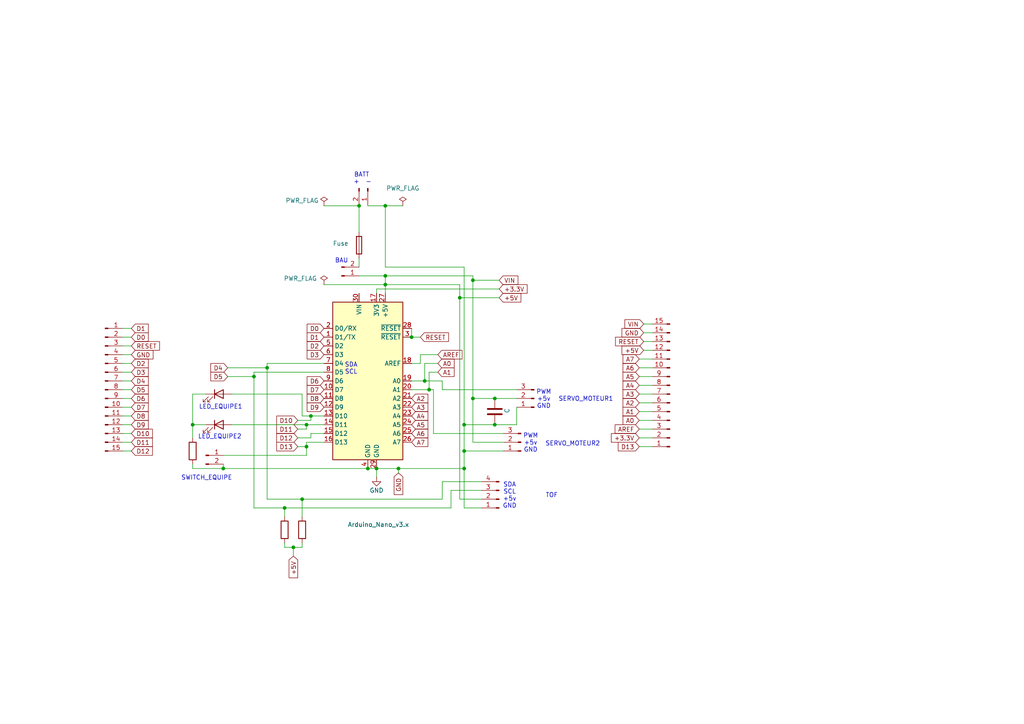
<source format=kicad_sch>
(kicad_sch (version 20231120) (generator "eeschema") (generator_version "8.0")
  (paper "A4")
  (lib_symbols
    (symbol "Connector:Conn_01x02_Pin" (pin_names (offset 1.016) hide)
      (property "Reference" "J" (at 0 2.54 0))
      (property "Value" "Conn_01x02_Pin" (at 0 -5.08 0))
      (symbol "Conn_01x02_Pin_1_1"
        (polyline (pts (xy 1.27 -2.54) (xy 0.8636 -2.54)) (stroke (width 0.1524)))
        (polyline (pts (xy 1.27 0) (xy 0.8636 0)) (stroke (width 0.1524)))
        (rectangle (start 0.8636 -2.413) (end 0 -2.667) (stroke (width 0.1524)) (fill (type outline)))
        (rectangle (start 0.8636 0.127) (end 0 -0.127) (stroke (width 0.1524)) (fill (type outline)))
        (pin passive line (at 5.08 0 180) (length 3.81) (name "Pin_1") (number "1"))
        (pin passive line (at 5.08 -2.54 180) (length 3.81) (name "Pin_2") (number "2"))
      )
    )
    (symbol "Connector:Conn_01x03_Pin" (pin_names (offset 1.016) hide)
      (property "Reference" "J" (at 0 5.08 0))
      (property "Value" "Conn_01x03_Pin" (at 0 -5.08 0))
      (symbol "Conn_01x03_Pin_1_1"
        (polyline (pts (xy 1.27 -2.54) (xy 0.8636 -2.54)) (stroke (width 0.1524)))
        (polyline (pts (xy 1.27 0) (xy 0.8636 0)) (stroke (width 0.1524)))
        (polyline (pts (xy 1.27 2.54) (xy 0.8636 2.54)) (stroke (width 0.1524)))
        (rectangle (start 0.8636 -2.413) (end 0 -2.667) (stroke (width 0.1524)) (fill (type outline)))
        (rectangle (start 0.8636 0.127) (end 0 -0.127) (stroke (width 0.1524)) (fill (type outline)))
        (rectangle (start 0.8636 2.667) (end 0 2.413) (stroke (width 0.1524)) (fill (type outline)))
        (pin passive line (at 5.08 2.54 180) (length 3.81) (name "Pin_1") (number "1"))
        (pin passive line (at 5.08 0 180) (length 3.81) (name "Pin_2") (number "2"))
        (pin passive line (at 5.08 -2.54 180) (length 3.81) (name "Pin_3") (number "3"))
      )
    )
    (symbol "Connector:Conn_01x04_Pin" (pin_names (offset 1.016) hide)
      (property "Reference" "J" (at 0 5.08 0))
      (property "Value" "Conn_01x04_Pin" (at 0 -7.62 0))
      (symbol "Conn_01x04_Pin_1_1"
        (polyline (pts (xy 1.27 -5.08) (xy 0.8636 -5.08)) (stroke (width 0.1524)))
        (polyline (pts (xy 1.27 -2.54) (xy 0.8636 -2.54)) (stroke (width 0.1524)))
        (polyline (pts (xy 1.27 0) (xy 0.8636 0)) (stroke (width 0.1524)))
        (polyline (pts (xy 1.27 2.54) (xy 0.8636 2.54)) (stroke (width 0.1524)))
        (rectangle (start 0.8636 -4.953) (end 0 -5.207) (stroke (width 0.1524)) (fill (type outline)))
        (rectangle (start 0.8636 -2.413) (end 0 -2.667) (stroke (width 0.1524)) (fill (type outline)))
        (rectangle (start 0.8636 0.127) (end 0 -0.127) (stroke (width 0.1524)) (fill (type outline)))
        (rectangle (start 0.8636 2.667) (end 0 2.413) (stroke (width 0.1524)) (fill (type outline)))
        (pin passive line (at 5.08 2.54 180) (length 3.81) (name "Pin_1") (number "1"))
        (pin passive line (at 5.08 0 180) (length 3.81) (name "Pin_2") (number "2"))
        (pin passive line (at 5.08 -2.54 180) (length 3.81) (name "Pin_3") (number "3"))
        (pin passive line (at 5.08 -5.08 180) (length 3.81) (name "Pin_4") (number "4"))
      )
    )
    (symbol "Connector:Conn_01x15_Pin" (pin_names (offset 1.016) hide)
      (property "Reference" "J" (at 0 20.32 0))
      (property "Value" "Conn_01x15_Pin" (at 0 -20.32 0))
      (symbol "Conn_01x15_Pin_1_1"
        (polyline (pts (xy 1.27 -17.78) (xy 0.8636 -17.78)) (stroke (width 0.1524)))
        (polyline (pts (xy 1.27 -15.24) (xy 0.8636 -15.24)) (stroke (width 0.1524)))
        (polyline (pts (xy 1.27 -12.7) (xy 0.8636 -12.7)) (stroke (width 0.1524)))
        (polyline (pts (xy 1.27 -10.16) (xy 0.8636 -10.16)) (stroke (width 0.1524)))
        (polyline (pts (xy 1.27 -7.62) (xy 0.8636 -7.62)) (stroke (width 0.1524)))
        (polyline (pts (xy 1.27 -5.08) (xy 0.8636 -5.08)) (stroke (width 0.1524)))
        (polyline (pts (xy 1.27 -2.54) (xy 0.8636 -2.54)) (stroke (width 0.1524)))
        (polyline (pts (xy 1.27 0) (xy 0.8636 0)) (stroke (width 0.1524)))
        (polyline (pts (xy 1.27 2.54) (xy 0.8636 2.54)) (stroke (width 0.1524)))
        (polyline (pts (xy 1.27 5.08) (xy 0.8636 5.08)) (stroke (width 0.1524)))
        (polyline (pts (xy 1.27 7.62) (xy 0.8636 7.62)) (stroke (width 0.1524)))
        (polyline (pts (xy 1.27 10.16) (xy 0.8636 10.16)) (stroke (width 0.1524)))
        (polyline (pts (xy 1.27 12.7) (xy 0.8636 12.7)) (stroke (width 0.1524)))
        (polyline (pts (xy 1.27 15.24) (xy 0.8636 15.24)) (stroke (width 0.1524)))
        (polyline (pts (xy 1.27 17.78) (xy 0.8636 17.78)) (stroke (width 0.1524)))
        (rectangle (start 0.8636 -17.653) (end 0 -17.907) (stroke (width 0.1524)) (fill (type outline)))
        (rectangle (start 0.8636 -15.113) (end 0 -15.367) (stroke (width 0.1524)) (fill (type outline)))
        (rectangle (start 0.8636 -12.573) (end 0 -12.827) (stroke (width 0.1524)) (fill (type outline)))
        (rectangle (start 0.8636 -10.033) (end 0 -10.287) (stroke (width 0.1524)) (fill (type outline)))
        (rectangle (start 0.8636 -7.493) (end 0 -7.747) (stroke (width 0.1524)) (fill (type outline)))
        (rectangle (start 0.8636 -4.953) (end 0 -5.207) (stroke (width 0.1524)) (fill (type outline)))
        (rectangle (start 0.8636 -2.413) (end 0 -2.667) (stroke (width 0.1524)) (fill (type outline)))
        (rectangle (start 0.8636 0.127) (end 0 -0.127) (stroke (width 0.1524)) (fill (type outline)))
        (rectangle (start 0.8636 2.667) (end 0 2.413) (stroke (width 0.1524)) (fill (type outline)))
        (rectangle (start 0.8636 5.207) (end 0 4.953) (stroke (width 0.1524)) (fill (type outline)))
        (rectangle (start 0.8636 7.747) (end 0 7.493) (stroke (width 0.1524)) (fill (type outline)))
        (rectangle (start 0.8636 10.287) (end 0 10.033) (stroke (width 0.1524)) (fill (type outline)))
        (rectangle (start 0.8636 12.827) (end 0 12.573) (stroke (width 0.1524)) (fill (type outline)))
        (rectangle (start 0.8636 15.367) (end 0 15.113) (stroke (width 0.1524)) (fill (type outline)))
        (rectangle (start 0.8636 17.907) (end 0 17.653) (stroke (width 0.1524)) (fill (type outline)))
        (pin passive line (at 5.08 17.78 180) (length 3.81) (name "Pin_1") (number "1"))
        (pin passive line (at 5.08 -5.08 180) (length 3.81) (name "Pin_10") (number "10"))
        (pin passive line (at 5.08 -7.62 180) (length 3.81) (name "Pin_11") (number "11"))
        (pin passive line (at 5.08 -10.16 180) (length 3.81) (name "Pin_12") (number "12"))
        (pin passive line (at 5.08 -12.7 180) (length 3.81) (name "Pin_13") (number "13"))
        (pin passive line (at 5.08 -15.24 180) (length 3.81) (name "Pin_14") (number "14"))
        (pin passive line (at 5.08 -17.78 180) (length 3.81) (name "Pin_15") (number "15"))
        (pin passive line (at 5.08 15.24 180) (length 3.81) (name "Pin_2") (number "2"))
        (pin passive line (at 5.08 12.7 180) (length 3.81) (name "Pin_3") (number "3"))
        (pin passive line (at 5.08 10.16 180) (length 3.81) (name "Pin_4") (number "4"))
        (pin passive line (at 5.08 7.62 180) (length 3.81) (name "Pin_5") (number "5"))
        (pin passive line (at 5.08 5.08 180) (length 3.81) (name "Pin_6") (number "6"))
        (pin passive line (at 5.08 2.54 180) (length 3.81) (name "Pin_7") (number "7"))
        (pin passive line (at 5.08 0 180) (length 3.81) (name "Pin_8") (number "8"))
        (pin passive line (at 5.08 -2.54 180) (length 3.81) (name "Pin_9") (number "9"))
      )
    )
    (symbol "Device:C" (pin_numbers hide) (pin_names (offset 0.254))
      (property "Reference" "C" (at 0.635 2.54 0))
      (property "Value" "C" (at 0.635 -2.54 0))
      (symbol "C_0_1"
        (polyline (pts (xy -2.032 -0.762) (xy 2.032 -0.762)) (stroke (width 0.508)))
        (polyline (pts (xy -2.032 0.762) (xy 2.032 0.762)) (stroke (width 0.508)))
      )
      (symbol "C_1_1"
        (pin passive line (at 0 3.81 270) (length 2.794) (name "~") (number "1"))
        (pin passive line (at 0 -3.81 90) (length 2.794) (name "~") (number "2"))
      )
    )
    (symbol "Device:Fuse" (pin_numbers hide) (pin_names (offset 0))
      (property "Reference" "F" (at 2.032 0 90))
      (property "Value" "Fuse" (at -1.905 0 90))
      (symbol "Fuse_0_1"
        (rectangle (start -0.762 -2.54) (end 0.762 2.54) (stroke (width 0.254)))
        (polyline (pts (xy 0 2.54) (xy 0 -2.54)))
      )
      (symbol "Fuse_1_1"
        (pin passive line (at 0 3.81 270) (length 1.27) (name "~") (number "1"))
        (pin passive line (at 0 -3.81 90) (length 1.27) (name "~") (number "2"))
      )
    )
    (symbol "Device:LED" (pin_numbers hide) (pin_names (offset 1.016) hide)
      (property "Reference" "D" (at 0 2.54 0))
      (property "Value" "LED" (at 0 -2.54 0))
      (symbol "LED_0_1"
        (polyline (pts (xy -1.27 -1.27) (xy -1.27 1.27)) (stroke (width 0.254)))
        (polyline (pts (xy -1.27 0) (xy 1.27 0)))
        (polyline (pts (xy 1.27 -1.27) (xy 1.27 1.27) (xy -1.27 0) (xy 1.27 -1.27)) (stroke (width 0.254)))
        (polyline (pts (xy -3.048 -0.762) (xy -4.572 -2.286) (xy -3.81 -2.286) (xy -4.572 -2.286) (xy -4.572 -1.524)))
        (polyline (pts (xy -1.778 -0.762) (xy -3.302 -2.286) (xy -2.54 -2.286) (xy -3.302 -2.286) (xy -3.302 -1.524)))
      )
      (symbol "LED_1_1"
        (pin passive line (at -3.81 0 0) (length 2.54) (name "K") (number "1"))
        (pin passive line (at 3.81 0 180) (length 2.54) (name "A") (number "2"))
      )
    )
    (symbol "Device:R" (pin_numbers hide) (pin_names (offset 0))
      (property "Reference" "R" (at 2.032 0 90))
      (property "Value" "R" (at 0 0 90))
      (symbol "R_0_1"
        (rectangle (start -1.016 -2.54) (end 1.016 2.54) (stroke (width 0.254)))
      )
      (symbol "R_1_1"
        (pin passive line (at 0 3.81 270) (length 1.27) (name "~") (number "1"))
        (pin passive line (at 0 -3.81 90) (length 1.27) (name "~") (number "2"))
      )
    )
    (symbol "MCU_Module:Arduino_Nano_v3.x"
      (property "Reference" "A" (at -10.16 23.495 0))
      (property "Value" "Arduino_Nano_v3.x" (at 5.08 -24.13 0))
      (symbol "Arduino_Nano_v3.x_0_1"
        (rectangle (start -10.16 22.86) (end 10.16 -22.86) (stroke (width 0.254)) (fill (type background)))
      )
      (symbol "Arduino_Nano_v3.x_1_1"
        (pin bidirectional line (at -12.7 12.7 0) (length 2.54) (name "D1/TX") (number "1"))
        (pin bidirectional line (at -12.7 -2.54 0) (length 2.54) (name "D7") (number "10"))
        (pin bidirectional line (at -12.7 -5.08 0) (length 2.54) (name "D8") (number "11"))
        (pin bidirectional line (at -12.7 -7.62 0) (length 2.54) (name "D9") (number "12"))
        (pin bidirectional line (at -12.7 -10.16 0) (length 2.54) (name "D10") (number "13"))
        (pin bidirectional line (at -12.7 -12.7 0) (length 2.54) (name "D11") (number "14"))
        (pin bidirectional line (at -12.7 -15.24 0) (length 2.54) (name "D12") (number "15"))
        (pin bidirectional line (at -12.7 -17.78 0) (length 2.54) (name "D13") (number "16"))
        (pin power_out line (at 2.54 25.4 270) (length 2.54) (name "3V3") (number "17"))
        (pin input line (at 12.7 5.08 180) (length 2.54) (name "AREF") (number "18"))
        (pin bidirectional line (at 12.7 0 180) (length 2.54) (name "A0") (number "19"))
        (pin bidirectional line (at -12.7 15.24 0) (length 2.54) (name "D0/RX") (number "2"))
        (pin bidirectional line (at 12.7 -2.54 180) (length 2.54) (name "A1") (number "20"))
        (pin bidirectional line (at 12.7 -5.08 180) (length 2.54) (name "A2") (number "21"))
        (pin bidirectional line (at 12.7 -7.62 180) (length 2.54) (name "A3") (number "22"))
        (pin bidirectional line (at 12.7 -10.16 180) (length 2.54) (name "A4") (number "23"))
        (pin bidirectional line (at 12.7 -12.7 180) (length 2.54) (name "A5") (number "24"))
        (pin bidirectional line (at 12.7 -15.24 180) (length 2.54) (name "A6") (number "25"))
        (pin bidirectional line (at 12.7 -17.78 180) (length 2.54) (name "A7") (number "26"))
        (pin power_out line (at 5.08 25.4 270) (length 2.54) (name "+5V") (number "27"))
        (pin input line (at 12.7 15.24 180) (length 2.54) (name "~{RESET}") (number "28"))
        (pin power_in line (at 2.54 -25.4 90) (length 2.54) (name "GND") (number "29"))
        (pin input line (at 12.7 12.7 180) (length 2.54) (name "~{RESET}") (number "3"))
        (pin power_in line (at -2.54 25.4 270) (length 2.54) (name "VIN") (number "30"))
        (pin power_in line (at 0 -25.4 90) (length 2.54) (name "GND") (number "4"))
        (pin bidirectional line (at -12.7 10.16 0) (length 2.54) (name "D2") (number "5"))
        (pin bidirectional line (at -12.7 7.62 0) (length 2.54) (name "D3") (number "6"))
        (pin bidirectional line (at -12.7 5.08 0) (length 2.54) (name "D4") (number "7"))
        (pin bidirectional line (at -12.7 2.54 0) (length 2.54) (name "D5") (number "8"))
        (pin bidirectional line (at -12.7 0 0) (length 2.54) (name "D6") (number "9"))
      )
    )
    (symbol "power:GND" (power) (pin_numbers hide) (pin_names (offset 0) hide)
      (property "Value" "GND" (at 0 -3.81 0))
      (symbol "GND_0_1"
        (polyline (pts (xy 0 0) (xy 0 -1.27) (xy 1.27 -1.27) (xy 0 -2.54) (xy -1.27 -1.27) (xy 0 -1.27)))
      )
      (symbol "GND_1_1"
        (pin power_in line (at 0 0 270) (length 0) (name "~") (number "1"))
      )
    )
    (symbol "power:PWR_FLAG" (power) (pin_numbers hide) (pin_names (offset 0) hide)
      (property "Value" "PWR_FLAG" (at 0 3.81 0))
      (symbol "PWR_FLAG_0_0"
        (pin power_out line (at 0 0 90) (length 0) (name "~") (number "1"))
      )
      (symbol "PWR_FLAG_0_1"
        (polyline (pts (xy 0 0) (xy 0 1.27) (xy -1.016 1.905) (xy 0 2.54) (xy 1.016 1.905) (xy 0 1.27)))
      )
    )
  )
  (junction (at 111.76 82.55))
  (junction (at 55.88 123.19))
  (junction (at 124.46 113.03))
  (junction (at 64.77 135.89))
  (junction (at 137.16 115.57))
  (junction (at 123.19 110.49))
  (junction (at 88.9 129.54))
  (junction (at 87.63 144.78))
  (junction (at 82.55 147.32))
  (junction (at 88.9 123.19))
  (junction (at 104.14 59.69))
  (junction (at 85.09 158.75))
  (junction (at 106.68 135.89))
  (junction (at 134.62 123.19))
  (junction (at 137.16 81.28))
  (junction (at 134.62 130.81))
  (junction (at 143.51 123.19))
  (junction (at 109.22 135.89))
  (junction (at 115.57 135.89))
  (junction (at 77.47 106.68))
  (junction (at 111.76 59.69))
  (junction (at 73.66 109.22))
  (junction (at 143.51 115.57))
  (junction (at 134.62 135.89))
  (junction (at 133.35 86.36))
  (junction (at 119.38 97.79))
  (junction (at 90.17 120.65))
  (junction (at 111.76 80.01))
  (wire (pts (xy 149.86 123.19) (xy 149.86 118.11)))
  (wire (pts (xy 73.66 107.95) (xy 73.66 109.22)))
  (wire (pts (xy 86.36 129.54) (xy 88.9 129.54)))
  (wire (pts (xy 35.56 95.25) (xy 38.1 95.25)))
  (wire (pts (xy 90.17 127) (xy 86.36 127)))
  (wire (pts (xy 88.9 128.27) (xy 93.98 128.27)))
  (wire (pts (xy 121.92 105.41) (xy 121.92 102.87)))
  (wire (pts (xy 134.62 147.32) (xy 139.7 147.32)))
  (wire (pts (xy 115.57 135.89) (xy 115.57 137.16)))
  (wire (pts (xy 67.31 123.19) (xy 88.9 123.19)))
  (wire (pts (xy 55.88 123.19) (xy 59.69 123.19)))
  (wire (pts (xy 185.42 124.46) (xy 189.23 124.46)))
  (wire (pts (xy 137.16 80.01) (xy 137.16 81.28)))
  (wire (pts (xy 121.92 102.87) (xy 127 102.87)))
  (wire (pts (xy 88.9 123.19) (xy 93.98 123.19)))
  (wire (pts (xy 185.42 129.54) (xy 189.23 129.54)))
  (wire (pts (xy 185.42 116.84) (xy 189.23 116.84)))
  (wire (pts (xy 128.27 113.03) (xy 128.27 110.49)))
  (wire (pts (xy 87.63 120.65) (xy 87.63 114.3)))
  (wire (pts (xy 133.35 144.78) (xy 139.7 144.78)))
  (wire (pts (xy 73.66 109.22) (xy 73.66 147.32)))
  (wire (pts (xy 86.36 124.46) (xy 88.9 124.46)))
  (wire (pts (xy 185.42 127) (xy 189.23 127)))
  (wire (pts (xy 77.47 106.68) (xy 77.47 144.78)))
  (wire (pts (xy 115.57 135.89) (xy 134.62 135.89)))
  (wire (pts (xy 111.76 59.69) (xy 116.84 59.69)))
  (wire (pts (xy 186.69 93.98) (xy 189.23 93.98)))
  (wire (pts (xy 127 105.41) (xy 123.19 105.41)))
  (wire (pts (xy 125.73 113.03) (xy 124.46 113.03)))
  (wire (pts (xy 88.9 129.54) (xy 88.9 128.27)))
  (wire (pts (xy 64.77 135.89) (xy 106.68 135.89)))
  (wire (pts (xy 35.56 107.95) (xy 38.1 107.95)))
  (wire (pts (xy 85.09 158.75) (xy 85.09 161.29)))
  (wire (pts (xy 35.56 113.03) (xy 38.1 113.03)))
  (wire (pts (xy 77.47 144.78) (xy 87.63 144.78)))
  (wire (pts (xy 134.62 77.47) (xy 134.62 123.19)))
  (wire (pts (xy 87.63 157.48) (xy 87.63 158.75)))
  (wire (pts (xy 134.62 130.81) (xy 146.05 130.81)))
  (wire (pts (xy 130.81 147.32) (xy 130.81 142.24)))
  (wire (pts (xy 55.88 114.3) (xy 55.88 123.19)))
  (wire (pts (xy 137.16 115.57) (xy 137.16 128.27)))
  (wire (pts (xy 133.35 82.55) (xy 133.35 86.36)))
  (wire (pts (xy 123.19 105.41) (xy 123.19 110.49)))
  (wire (pts (xy 82.55 147.32) (xy 130.81 147.32)))
  (wire (pts (xy 90.17 120.65) (xy 87.63 120.65)))
  (wire (pts (xy 35.56 105.41) (xy 38.1 105.41)))
  (wire (pts (xy 186.69 101.6) (xy 189.23 101.6)))
  (wire (pts (xy 128.27 113.03) (xy 149.86 113.03)))
  (wire (pts (xy 133.35 86.36) (xy 144.78 86.36)))
  (wire (pts (xy 109.22 135.89) (xy 115.57 135.89)))
  (wire (pts (xy 185.42 114.3) (xy 189.23 114.3)))
  (wire (pts (xy 119.38 110.49) (xy 123.19 110.49)))
  (wire (pts (xy 106.68 135.89) (xy 109.22 135.89)))
  (wire (pts (xy 111.76 82.55) (xy 133.35 82.55)))
  (wire (pts (xy 143.51 115.57) (xy 149.86 115.57)))
  (wire (pts (xy 134.62 135.89) (xy 134.62 130.81)))
  (wire (pts (xy 185.42 109.22) (xy 189.23 109.22)))
  (wire (pts (xy 82.55 158.75) (xy 82.55 157.48)))
  (wire (pts (xy 185.42 106.68) (xy 189.23 106.68)))
  (wire (pts (xy 104.14 59.69) (xy 104.14 67.31)))
  (wire (pts (xy 124.46 107.95) (xy 124.46 113.03)))
  (wire (pts (xy 93.98 107.95) (xy 73.66 107.95)))
  (wire (pts (xy 87.63 144.78) (xy 87.63 149.86)))
  (wire (pts (xy 109.22 83.82) (xy 109.22 85.09)))
  (wire (pts (xy 125.73 125.73) (xy 146.05 125.73)))
  (wire (pts (xy 35.56 97.79) (xy 38.1 97.79)))
  (wire (pts (xy 87.63 144.78) (xy 128.27 144.78)))
  (wire (pts (xy 119.38 97.79) (xy 121.92 97.79)))
  (wire (pts (xy 88.9 129.54) (xy 88.9 132.08)))
  (wire (pts (xy 186.69 99.06) (xy 189.23 99.06)))
  (wire (pts (xy 90.17 121.92) (xy 90.17 120.65)))
  (wire (pts (xy 123.19 110.49) (xy 128.27 110.49)))
  (wire (pts (xy 67.31 114.3) (xy 87.63 114.3)))
  (wire (pts (xy 134.62 135.89) (xy 134.62 147.32)))
  (wire (pts (xy 93.98 82.55) (xy 111.76 82.55)))
  (wire (pts (xy 86.36 121.92) (xy 90.17 121.92)))
  (wire (pts (xy 88.9 132.08) (xy 64.77 132.08)))
  (wire (pts (xy 35.56 128.27) (xy 38.1 128.27)))
  (wire (pts (xy 35.56 120.65) (xy 38.1 120.65)))
  (wire (pts (xy 93.98 105.41) (xy 77.47 105.41)))
  (wire (pts (xy 88.9 124.46) (xy 88.9 123.19)))
  (wire (pts (xy 185.42 121.92) (xy 189.23 121.92)))
  (wire (pts (xy 143.51 123.19) (xy 149.86 123.19)))
  (wire (pts (xy 35.56 100.33) (xy 38.1 100.33)))
  (wire (pts (xy 134.62 77.47) (xy 111.76 77.47)))
  (wire (pts (xy 111.76 80.01) (xy 111.76 82.55)))
  (wire (pts (xy 35.56 110.49) (xy 38.1 110.49)))
  (wire (pts (xy 90.17 125.73) (xy 93.98 125.73)))
  (wire (pts (xy 137.16 128.27) (xy 146.05 128.27)))
  (wire (pts (xy 124.46 113.03) (xy 119.38 113.03)))
  (wire (pts (xy 104.14 74.93) (xy 104.14 77.47)))
  (wire (pts (xy 125.73 125.73) (xy 125.73 113.03)))
  (wire (pts (xy 66.04 106.68) (xy 77.47 106.68)))
  (wire (pts (xy 90.17 127) (xy 90.17 125.73)))
  (wire (pts (xy 35.56 125.73) (xy 38.1 125.73)))
  (wire (pts (xy 35.56 115.57) (xy 38.1 115.57)))
  (wire (pts (xy 137.16 81.28) (xy 137.16 115.57)))
  (wire (pts (xy 64.77 134.62) (xy 64.77 135.89)))
  (wire (pts (xy 55.88 123.19) (xy 55.88 127)))
  (wire (pts (xy 186.69 96.52) (xy 189.23 96.52)))
  (wire (pts (xy 77.47 105.41) (xy 77.47 106.68)))
  (wire (pts (xy 55.88 114.3) (xy 59.69 114.3)))
  (wire (pts (xy 93.98 120.65) (xy 90.17 120.65)))
  (wire (pts (xy 137.16 81.28) (xy 144.78 81.28)))
  (wire (pts (xy 185.42 111.76) (xy 189.23 111.76)))
  (wire (pts (xy 130.81 142.24) (xy 139.7 142.24)))
  (wire (pts (xy 128.27 144.78) (xy 128.27 139.7)))
  (wire (pts (xy 35.56 130.81) (xy 38.1 130.81)))
  (wire (pts (xy 82.55 158.75) (xy 85.09 158.75)))
  (wire (pts (xy 35.56 102.87) (xy 38.1 102.87)))
  (wire (pts (xy 104.14 80.01) (xy 111.76 80.01)))
  (wire (pts (xy 66.04 109.22) (xy 73.66 109.22)))
  (wire (pts (xy 35.56 123.19) (xy 38.1 123.19)))
  (wire (pts (xy 128.27 139.7) (xy 139.7 139.7)))
  (wire (pts (xy 111.76 85.09) (xy 111.76 82.55)))
  (wire (pts (xy 119.38 95.25) (xy 119.38 97.79)))
  (wire (pts (xy 127 107.95) (xy 124.46 107.95)))
  (wire (pts (xy 185.42 119.38) (xy 189.23 119.38)))
  (wire (pts (xy 134.62 123.19) (xy 143.51 123.19)))
  (wire (pts (xy 185.42 104.14) (xy 189.23 104.14)))
  (wire (pts (xy 133.35 86.36) (xy 133.35 144.78)))
  (wire (pts (xy 106.68 59.69) (xy 111.76 59.69)))
  (wire (pts (xy 85.09 158.75) (xy 87.63 158.75)))
  (wire (pts (xy 134.62 123.19) (xy 134.62 130.81)))
  (wire (pts (xy 109.22 135.89) (xy 109.22 138.43)))
  (wire (pts (xy 55.88 135.89) (xy 64.77 135.89)))
  (wire (pts (xy 137.16 115.57) (xy 143.51 115.57)))
  (wire (pts (xy 111.76 59.69) (xy 111.76 77.47)))
  (wire (pts (xy 144.78 83.82) (xy 109.22 83.82)))
  (wire (pts (xy 35.56 118.11) (xy 38.1 118.11)))
  (wire (pts (xy 111.76 80.01) (xy 137.16 80.01)))
  (wire (pts (xy 55.88 134.62) (xy 55.88 135.89)))
  (wire (pts (xy 119.38 105.41) (xy 121.92 105.41)))
  (wire (pts (xy 73.66 147.32) (xy 82.55 147.32)))
  (wire (pts (xy 93.98 59.69) (xy 104.14 59.69)))
  (wire (pts (xy 82.55 147.32) (xy 82.55 149.86)))
  (text "SDA\nSCL\n+5v\nGND" (at 147.828 143.764 0) (effects (font (size 1.27 1.27))))
  (text "SERVO_MOTEUR2" (at 166.116 128.778 0) (effects (font (size 1.27 1.27))))
  (text "LED_EQUIPE2\n" (at 63.754 126.746 0) (effects (font (size 1.27 1.27))))
  (text "BAU" (at 99.06 75.692 0) (effects (font (size 1.27 1.27))))
  (text "LED_EQUIPE1" (at 64.008 118.11 0) (effects (font (size 1.27 1.27))))
  (text "SERVO_MOTEUR1" (at 169.926 115.824 0) (effects (font (size 1.27 1.27))))
  (text "SDA\nSCL" (at 101.854 106.934 0) (effects (font (size 1.27 1.27))))
  (text "SWITCH_EQUIPE" (at 59.944 138.684 0) (effects (font (size 1.27 1.27))))
  (text "+  -" (at 105.156 52.832 0) (effects (font (size 1.27 1.27))))
  (text "PWM\n+5v\nGND" (at 153.924 128.524 0) (effects (font (size 1.27 1.27))))
  (text "BATT\n\n" (at 104.902 51.816 0) (effects (font (size 1.27 1.27))))
  (text "PWM\n+5v\nGND" (at 157.734 115.824 0) (effects (font (size 1.27 1.27))))
  (text "TOF" (at 160.02 143.764 0) (effects (font (size 1.27 1.27))))
  (global_label "+5V" (shape input) (at 186.69 101.6 180) (property "Intersheetrefs" "${INTERSHEET_REFS}" (effects (hide yes))))
  (global_label "A6" (shape input) (at 119.38 125.73 0) (property "Intersheetrefs" "${INTERSHEET_REFS}" (effects (hide yes))))
  (global_label "D10" (shape input) (at 38.1 125.73 0) (property "Intersheetrefs" "${INTERSHEET_REFS}" (effects (hide yes))))
  (global_label "A7" (shape input) (at 119.38 128.27 0) (property "Intersheetrefs" "${INTERSHEET_REFS}" (effects (hide yes))))
  (global_label "D8" (shape input) (at 38.1 120.65 0) (property "Intersheetrefs" "${INTERSHEET_REFS}" (effects (hide yes))))
  (global_label "+5V" (shape input) (at 85.09 161.29 270) (property "Intersheetrefs" "${INTERSHEET_REFS}" (effects (hide yes))))
  (global_label "RESET" (shape input) (at 38.1 100.33 0) (property "Intersheetrefs" "${INTERSHEET_REFS}" (effects (hide yes))))
  (global_label "D3" (shape input) (at 93.98 102.87 180) (property "Intersheetrefs" "${INTERSHEET_REFS}" (effects (hide yes))))
  (global_label "D13" (shape input) (at 185.42 129.54 180) (property "Intersheetrefs" "${INTERSHEET_REFS}" (effects (hide yes))))
  (global_label "D6" (shape input) (at 93.98 110.49 180) (property "Intersheetrefs" "${INTERSHEET_REFS}" (effects (hide yes))))
  (global_label "D7" (shape input) (at 38.1 118.11 0) (property "Intersheetrefs" "${INTERSHEET_REFS}" (effects (hide yes))))
  (global_label "D0" (shape input) (at 93.98 95.25 180) (property "Intersheetrefs" "${INTERSHEET_REFS}" (effects (hide yes))))
  (global_label "D12" (shape input) (at 38.1 130.81 0) (property "Intersheetrefs" "${INTERSHEET_REFS}" (effects (hide yes))))
  (global_label "D11" (shape input) (at 38.1 128.27 0) (property "Intersheetrefs" "${INTERSHEET_REFS}" (effects (hide yes))))
  (global_label "D4" (shape input) (at 66.04 106.68 180) (property "Intersheetrefs" "${INTERSHEET_REFS}" (effects (hide yes))))
  (global_label "D2" (shape input) (at 93.98 100.33 180) (property "Intersheetrefs" "${INTERSHEET_REFS}" (effects (hide yes))))
  (global_label "AREF" (shape input) (at 185.42 124.46 180) (property "Intersheetrefs" "${INTERSHEET_REFS}" (effects (hide yes))))
  (global_label "A1" (shape input) (at 127 107.95 0) (property "Intersheetrefs" "${INTERSHEET_REFS}" (effects (hide yes))))
  (global_label "A0" (shape input) (at 127 105.41 0) (property "Intersheetrefs" "${INTERSHEET_REFS}" (effects (hide yes))))
  (global_label "D10" (shape input) (at 86.36 121.92 180) (property "Intersheetrefs" "${INTERSHEET_REFS}" (effects (hide yes))))
  (global_label "D9" (shape input) (at 38.1 123.19 0) (property "Intersheetrefs" "${INTERSHEET_REFS}" (effects (hide yes))))
  (global_label "D11" (shape input) (at 86.36 124.46 180) (property "Intersheetrefs" "${INTERSHEET_REFS}" (effects (hide yes))))
  (global_label "A5" (shape input) (at 185.42 109.22 180) (property "Intersheetrefs" "${INTERSHEET_REFS}" (effects (hide yes))))
  (global_label "VIN" (shape input) (at 186.69 93.98 180) (property "Intersheetrefs" "${INTERSHEET_REFS}" (effects (hide yes))))
  (global_label "D1" (shape input) (at 38.1 95.25 0) (property "Intersheetrefs" "${INTERSHEET_REFS}" (effects (hide yes))))
  (global_label "A0" (shape input) (at 185.42 121.92 180) (property "Intersheetrefs" "${INTERSHEET_REFS}" (effects (hide yes))))
  (global_label "D7" (shape input) (at 93.98 113.03 180) (property "Intersheetrefs" "${INTERSHEET_REFS}" (effects (hide yes))))
  (global_label "A1" (shape input) (at 185.42 119.38 180) (property "Intersheetrefs" "${INTERSHEET_REFS}" (effects (hide yes))))
  (global_label "RESET" (shape input) (at 186.69 99.06 180) (property "Intersheetrefs" "${INTERSHEET_REFS}" (effects (hide yes))))
  (global_label "A2" (shape input) (at 119.38 115.57 0) (property "Intersheetrefs" "${INTERSHEET_REFS}" (effects (hide yes))))
  (global_label "VIN" (shape input) (at 144.78 81.28 0) (property "Intersheetrefs" "${INTERSHEET_REFS}" (effects (hide yes))))
  (global_label "A6" (shape input) (at 185.42 106.68 180) (property "Intersheetrefs" "${INTERSHEET_REFS}" (effects (hide yes))))
  (global_label "D5" (shape input) (at 66.04 109.22 180) (property "Intersheetrefs" "${INTERSHEET_REFS}" (effects (hide yes))))
  (global_label "A7" (shape input) (at 185.42 104.14 180) (property "Intersheetrefs" "${INTERSHEET_REFS}" (effects (hide yes))))
  (global_label "D5" (shape input) (at 38.1 113.03 0) (property "Intersheetrefs" "${INTERSHEET_REFS}" (effects (hide yes))))
  (global_label "GND" (shape input) (at 38.1 102.87 0) (property "Intersheetrefs" "${INTERSHEET_REFS}" (effects (hide yes))))
  (global_label "A4" (shape input) (at 119.38 120.65 0) (property "Intersheetrefs" "${INTERSHEET_REFS}" (effects (hide yes))))
  (global_label "D9" (shape input) (at 93.98 118.11 180) (property "Intersheetrefs" "${INTERSHEET_REFS}" (effects (hide yes))))
  (global_label "+3.3V" (shape input) (at 144.78 83.82 0) (property "Intersheetrefs" "${INTERSHEET_REFS}" (effects (hide yes))))
  (global_label "+5V" (shape input) (at 144.78 86.36 0) (property "Intersheetrefs" "${INTERSHEET_REFS}" (effects (hide yes))))
  (global_label "A3" (shape input) (at 119.38 118.11 0) (property "Intersheetrefs" "${INTERSHEET_REFS}" (effects (hide yes))))
  (global_label "A3" (shape input) (at 185.42 114.3 180) (property "Intersheetrefs" "${INTERSHEET_REFS}" (effects (hide yes))))
  (global_label "D6" (shape input) (at 38.1 115.57 0) (property "Intersheetrefs" "${INTERSHEET_REFS}" (effects (hide yes))))
  (global_label "D4" (shape input) (at 38.1 110.49 0) (property "Intersheetrefs" "${INTERSHEET_REFS}" (effects (hide yes))))
  (global_label "D0" (shape input) (at 38.1 97.79 0) (property "Intersheetrefs" "${INTERSHEET_REFS}" (effects (hide yes))))
  (global_label "A4" (shape input) (at 185.42 111.76 180) (property "Intersheetrefs" "${INTERSHEET_REFS}" (effects (hide yes))))
  (global_label "A5" (shape input) (at 119.38 123.19 0) (property "Intersheetrefs" "${INTERSHEET_REFS}" (effects (hide yes))))
  (global_label "AREF" (shape input) (at 127 102.87 0) (property "Intersheetrefs" "${INTERSHEET_REFS}" (effects (hide yes))))
  (global_label "D13" (shape input) (at 86.36 129.54 180) (property "Intersheetrefs" "${INTERSHEET_REFS}" (effects (hide yes))))
  (global_label "D8" (shape input) (at 93.98 115.57 180) (property "Intersheetrefs" "${INTERSHEET_REFS}" (effects (hide yes))))
  (global_label "D1" (shape input) (at 93.98 97.79 180) (property "Intersheetrefs" "${INTERSHEET_REFS}" (effects (hide yes))))
  (global_label "A2" (shape input) (at 185.42 116.84 180) (property "Intersheetrefs" "${INTERSHEET_REFS}" (effects (hide yes))))
  (global_label "D3" (shape input) (at 38.1 107.95 0) (property "Intersheetrefs" "${INTERSHEET_REFS}" (effects (hide yes))))
  (global_label "GND" (shape input) (at 115.57 137.16 270) (property "Intersheetrefs" "${INTERSHEET_REFS}" (effects (hide yes))))
  (global_label "RESET" (shape input) (at 121.92 97.79 0) (property "Intersheetrefs" "${INTERSHEET_REFS}" (effects (hide yes))))
  (global_label "D2" (shape input) (at 38.1 105.41 0) (property "Intersheetrefs" "${INTERSHEET_REFS}" (effects (hide yes))))
  (global_label "+3.3V" (shape input) (at 185.42 127 180) (property "Intersheetrefs" "${INTERSHEET_REFS}" (effects (hide yes))))
  (global_label "D12" (shape input) (at 86.36 127 180) (property "Intersheetrefs" "${INTERSHEET_REFS}" (effects (hide yes))))
  (global_label "GND" (shape input) (at 186.69 96.52 180) (property "Intersheetrefs" "${INTERSHEET_REFS}" (effects (hide yes))))
  (symbol (lib_id "Device:C") (at 143.51 119.38 180) (unit 1)
    (property "Reference" "C1" (effects (hide yes)))
    (property "Value" "C" (at 147.066 119.126 90))
    (property "Footprint" "Capacitor_SMD:C_Elec_6.3x7.7" (effects (hide yes)))
    (property "Description" "Unpolarized capacitor" (effects (hide yes)))
  )
  (symbol (lib_id "Connector:Conn_01x04_Pin") (at 144.78 144.78 180) (unit 1)
    (property "Reference" "J7" (effects (hide yes)))
    (property "Value" "Conn_01x04_Pin" (effects (hide yes)))
    (property "Footprint" "Connector_PinHeader_2.54mm:PinHeader_1x04_P2.54mm_Horizontal" (effects (hide yes)))
    (property "Description" "Generic connector, single row, 01x04, script generated" (effects (hide yes)))
  )
  (symbol (lib_id "power:PWR_FLAG") (at 93.98 59.69 0) (unit 1)
    (property "Reference" "#FLG01" (effects (hide yes)))
    (property "Value" "PWR_FLAG" (at 87.63 58.166 0))
    (property "Description" "Special symbol for telling ERC where power comes from" (effects (hide yes)))
  )
  (symbol (lib_id "Connector:Conn_01x15_Pin") (at 194.31 111.76 180) (unit 1)
    (property "Reference" "J9" (effects (hide yes)))
    (property "Value" "Conn_01x15_Pin" (effects (hide yes)))
    (property "Footprint" "Connector_PinHeader_2.54mm:PinHeader_1x15_P2.54mm_Vertical" (effects (hide yes)))
    (property "Description" "Generic connector, single row, 01x15, script generated" (effects (hide yes)))
  )
  (symbol (lib_id "Device:LED") (at 63.5 114.3 0) (unit 1)
    (property "Reference" "D1" (effects (hide yes)))
    (property "Value" "LED" (effects (hide yes)))
    (property "Footprint" "LED_THT:LED_D3.0mm" (effects (hide yes)))
    (property "Description" "Light emitting diode" (effects (hide yes)))
  )
  (symbol (lib_id "Connector:Conn_01x03_Pin") (at 154.94 115.57 180) (unit 1)
    (property "Reference" "J2" (effects (hide yes)))
    (property "Value" "Conn_01x03_Pin" (effects (hide yes)))
    (property "Footprint" "Connector_PinHeader_2.54mm:PinHeader_1x03_P2.54mm_Horizontal" (effects (hide yes)))
    (property "Description" "Generic connector, single row, 01x03, script generated" (effects (hide yes)))
  )
  (symbol (lib_id "Connector:Conn_01x02_Pin") (at 59.69 132.08 0) (unit 1)
    (property "Reference" "J6" (effects (hide yes)))
    (property "Value" "Conn_01x02_Pin" (effects (hide yes)))
    (property "Footprint" "Connector_PinHeader_2.54mm:PinHeader_1x02_P2.54mm_Horizontal" (effects (hide yes)))
    (property "Description" "Generic connector, single row, 01x02, script generated" (effects (hide yes)))
  )
  (symbol (lib_id "power:GND") (at 109.22 138.43 0) (unit 1)
    (property "Reference" "#PWR02" (effects (hide yes)))
    (property "Value" "GND" (at 109.22 142.24 0))
    (property "Description" "Power symbol creates a global label with name \"GND\" , ground" (effects (hide yes)))
  )
  (symbol (lib_id "Connector:Conn_01x15_Pin") (at 30.48 113.03 0) (unit 1)
    (property "Reference" "J10" (effects (hide yes)))
    (property "Value" "Conn_01x15_Pin" (effects (hide yes)))
    (property "Footprint" "Connector_PinHeader_2.54mm:PinHeader_1x15_P2.54mm_Vertical" (effects (hide yes)))
    (property "Description" "Generic connector, single row, 01x15, script generated" (effects (hide yes)))
  )
  (symbol (lib_id "Connector:Conn_01x02_Pin") (at 106.68 54.61 270) (unit 1)
    (property "Reference" "J5" (effects (hide yes)))
    (property "Value" "Conn_01x02_Pin" (effects (hide yes)))
    (property "Footprint" "Connector_JST:JST_EH_B2B-EH-A_1x02_P2.50mm_Vertical" (effects (hide yes)))
    (property "Description" "Generic connector, single row, 01x02, script generated" (effects (hide yes)))
  )
  (symbol (lib_id "Device:LED") (at 63.5 123.19 0) (unit 1)
    (property "Reference" "D2" (effects (hide yes)))
    (property "Value" "LED" (effects (hide yes)))
    (property "Footprint" "LED_THT:LED_D3.0mm" (effects (hide yes)))
    (property "Description" "Light emitting diode" (effects (hide yes)))
  )
  (symbol (lib_id "Device:R") (at 82.55 153.67 180) (unit 1)
    (property "Reference" "R2" (effects (hide yes)))
    (property "Value" "R" (effects (hide yes)))
    (property "Footprint" "Resistor_SMD:R_0603_1608Metric_Pad0.98x0.95mm_HandSolder" (effects (hide yes)))
    (property "Description" "Resistor" (effects (hide yes)))
  )
  (symbol (lib_id "Connector:Conn_01x03_Pin") (at 151.13 128.27 180) (unit 1)
    (property "Reference" "J3" (effects (hide yes)))
    (property "Value" "Conn_01x03_Pin" (effects (hide yes)))
    (property "Footprint" "Connector_PinHeader_2.54mm:PinHeader_1x03_P2.54mm_Horizontal" (effects (hide yes)))
    (property "Description" "Generic connector, single row, 01x03, script generated" (effects (hide yes)))
  )
  (symbol (lib_id "Connector:Conn_01x02_Pin") (at 99.06 80.01 0) (mirror x) (unit 1)
    (property "Reference" "J4" (effects (hide yes)))
    (property "Value" "Conn_01x02_Pin" (effects (hide yes)))
    (property "Footprint" "Connector_PinHeader_2.54mm:PinHeader_1x02_P2.54mm_Horizontal" (effects (hide yes)))
    (property "Description" "Generic connector, single row, 01x02, script generated" (effects (hide yes)))
  )
  (symbol (lib_id "power:PWR_FLAG") (at 116.84 59.69 0) (unit 1)
    (property "Reference" "#FLG02" (effects (hide yes)))
    (property "Value" "PWR_FLAG" (at 116.84 54.61 0))
    (property "Description" "Special symbol for telling ERC where power comes from" (effects (hide yes)))
  )
  (symbol (lib_id "MCU_Module:Arduino_Nano_v3.x") (at 106.68 110.49 0) (unit 1)
    (property "Reference" "A1" (effects (hide yes)))
    (property "Value" "Arduino_Nano_v3.x" (at 100.838 152.146 0) (effects (justify left)))
    (property "Footprint" "Module:Arduino_Nano" (effects (hide yes)))
    (property "Datasheet" "http://www.mouser.com/pdfdocs/Gravitech_Arduino_Nano3_0.pdf" (effects (hide yes)))
    (property "Description" "Arduino Nano v3.x" (effects (hide yes)))
  )
  (symbol (lib_id "power:PWR_FLAG") (at 93.98 82.55 0) (unit 1)
    (property "Reference" "#FLG03" (effects (hide yes)))
    (property "Value" "PWR_FLAG" (at 87.122 80.772 0))
    (property "Description" "Special symbol for telling ERC where power comes from" (effects (hide yes)))
  )
  (symbol (lib_id "Device:Fuse") (at 104.14 71.12 0) (unit 1)
    (property "Reference" "F1" (effects (hide yes)))
    (property "Value" "Fuse" (at 96.52 70.612 0) (effects (justify left)))
    (property "Footprint" "Resistor_THT:R_Axial_DIN0309_L9.0mm_D3.2mm_P12.70mm_Horizontal" (effects (hide yes)))
    (property "Description" "Fuse" (effects (hide yes)))
  )
  (symbol (lib_id "Device:R") (at 87.63 153.67 180) (unit 1)
    (property "Reference" "R3" (effects (hide yes)))
    (property "Value" "R" (effects (hide yes)))
    (property "Footprint" "Resistor_SMD:R_0603_1608Metric_Pad0.98x0.95mm_HandSolder" (effects (hide yes)))
    (property "Description" "Resistor" (effects (hide yes)))
  )
  (symbol (lib_id "Device:R") (at 55.88 130.81 180) (unit 1)
    (property "Reference" "R1" (effects (hide yes)))
    (property "Value" "R" (effects (hide yes)))
    (property "Footprint" "Resistor_SMD:R_0603_1608Metric_Pad0.98x0.95mm_HandSolder" (effects (hide yes)))
    (property "Description" "Resistor" (effects (hide yes)))
  )
)
</source>
